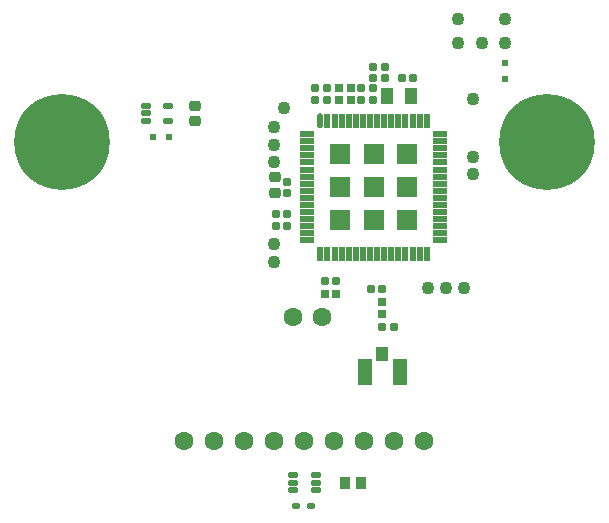
<source format=gbs>
G04*
G04 #@! TF.GenerationSoftware,Altium Limited,Altium Designer,20.1.8 (145)*
G04*
G04 Layer_Color=16711935*
%FSTAX43Y43*%
%MOMM*%
G71*
G04*
G04 #@! TF.SameCoordinates,C49A0B41-0C8C-4AB0-A7A6-883BC44C46A5*
G04*
G04*
G04 #@! TF.FilePolarity,Negative*
G04*
G01*
G75*
%ADD19R,0.900X1.000*%
G04:AMPARAMS|DCode=22|XSize=0.7mm|YSize=0.7mm|CornerRadius=0.2mm|HoleSize=0mm|Usage=FLASHONLY|Rotation=0.000|XOffset=0mm|YOffset=0mm|HoleType=Round|Shape=RoundedRectangle|*
%AMROUNDEDRECTD22*
21,1,0.700,0.300,0,0,0.0*
21,1,0.300,0.700,0,0,0.0*
1,1,0.400,0.150,-0.150*
1,1,0.400,-0.150,-0.150*
1,1,0.400,-0.150,0.150*
1,1,0.400,0.150,0.150*
%
%ADD22ROUNDEDRECTD22*%
G04:AMPARAMS|DCode=24|XSize=1mm|YSize=0.9mm|CornerRadius=0.25mm|HoleSize=0mm|Usage=FLASHONLY|Rotation=0.000|XOffset=0mm|YOffset=0mm|HoleType=Round|Shape=RoundedRectangle|*
%AMROUNDEDRECTD24*
21,1,1.000,0.400,0,0,0.0*
21,1,0.500,0.900,0,0,0.0*
1,1,0.500,0.250,-0.200*
1,1,0.500,-0.250,-0.200*
1,1,0.500,-0.250,0.200*
1,1,0.500,0.250,0.200*
%
%ADD24ROUNDEDRECTD24*%
%ADD29R,0.500X0.600*%
%ADD37C,1.600*%
%ADD38C,8.100*%
G04:AMPARAMS|DCode=83|XSize=0.5mm|YSize=0.85mm|CornerRadius=0.15mm|HoleSize=0mm|Usage=FLASHONLY|Rotation=90.000|XOffset=0mm|YOffset=0mm|HoleType=Round|Shape=RoundedRectangle|*
%AMROUNDEDRECTD83*
21,1,0.500,0.550,0,0,90.0*
21,1,0.200,0.850,0,0,90.0*
1,1,0.300,0.275,0.100*
1,1,0.300,0.275,-0.100*
1,1,0.300,-0.275,-0.100*
1,1,0.300,-0.275,0.100*
%
%ADD83ROUNDEDRECTD83*%
G04:AMPARAMS|DCode=84|XSize=0.55mm|YSize=0.7mm|CornerRadius=0.163mm|HoleSize=0mm|Usage=FLASHONLY|Rotation=270.000|XOffset=0mm|YOffset=0mm|HoleType=Round|Shape=RoundedRectangle|*
%AMROUNDEDRECTD84*
21,1,0.550,0.375,0,0,270.0*
21,1,0.225,0.700,0,0,270.0*
1,1,0.325,-0.188,-0.113*
1,1,0.325,-0.188,0.113*
1,1,0.325,0.188,0.113*
1,1,0.325,0.188,-0.113*
%
%ADD84ROUNDEDRECTD84*%
%ADD85R,0.600X0.500*%
%ADD86C,1.100*%
%ADD87R,1.270X0.470*%
%ADD88R,1.700X1.700*%
%ADD89R,0.470X1.270*%
G04:AMPARAMS|DCode=90|XSize=0.47mm|YSize=1.27mm|CornerRadius=0.142mm|HoleSize=0mm|Usage=FLASHONLY|Rotation=180.000|XOffset=0mm|YOffset=0mm|HoleType=Round|Shape=RoundedRectangle|*
%AMROUNDEDRECTD90*
21,1,0.470,0.985,0,0,180.0*
21,1,0.185,1.270,0,0,180.0*
1,1,0.285,-0.093,0.493*
1,1,0.285,0.093,0.493*
1,1,0.285,0.093,-0.493*
1,1,0.285,-0.093,-0.493*
%
%ADD90ROUNDEDRECTD90*%
%ADD91R,1.100X1.350*%
G04:AMPARAMS|DCode=92|XSize=0.7mm|YSize=0.7mm|CornerRadius=0.2mm|HoleSize=0mm|Usage=FLASHONLY|Rotation=270.000|XOffset=0mm|YOffset=0mm|HoleType=Round|Shape=RoundedRectangle|*
%AMROUNDEDRECTD92*
21,1,0.700,0.300,0,0,270.0*
21,1,0.300,0.700,0,0,270.0*
1,1,0.400,-0.150,-0.150*
1,1,0.400,-0.150,0.150*
1,1,0.400,0.150,0.150*
1,1,0.400,0.150,-0.150*
%
%ADD92ROUNDEDRECTD92*%
%ADD93R,0.700X0.700*%
%ADD94R,0.700X0.700*%
%ADD95R,1.100X1.150*%
%ADD96R,1.150X2.300*%
D19*
X007875Y00305D02*
D03*
X007745D02*
D03*
D22*
X00716Y0053253D02*
D03*
Y0052253D02*
D03*
X00725Y0053253D02*
D03*
Y0052253D02*
D03*
X0072518Y0054989D02*
D03*
Y0055989D02*
D03*
D24*
X006475Y00611D02*
D03*
Y00624D02*
D03*
X0071518Y0056339D02*
D03*
Y0055039D02*
D03*
D29*
X0091Y0066D02*
D03*
Y00647D02*
D03*
D37*
X0073Y00445D02*
D03*
X006384Y0034D02*
D03*
X006638D02*
D03*
X007908D02*
D03*
X006892D02*
D03*
X007146D02*
D03*
X007654D02*
D03*
X0074D02*
D03*
X008162D02*
D03*
X008416D02*
D03*
X00755Y00445D02*
D03*
D38*
X00945Y0059325D02*
D03*
X00535D02*
D03*
D83*
X007305Y003115D02*
D03*
Y00305D02*
D03*
Y002985D02*
D03*
X007495D02*
D03*
Y00305D02*
D03*
Y003115D02*
D03*
X006245Y00611D02*
D03*
Y00624D02*
D03*
X006055D02*
D03*
Y006175D02*
D03*
Y00611D02*
D03*
D84*
X0073312Y00285D02*
D03*
X0074587D02*
D03*
D85*
X00612Y005975D02*
D03*
X00625D02*
D03*
D86*
X0089Y00677D02*
D03*
X00845Y0047D02*
D03*
X0086D02*
D03*
X00875D02*
D03*
X00883Y00581D02*
D03*
Y00566D02*
D03*
X007225Y006225D02*
D03*
X00714Y00606D02*
D03*
Y00591D02*
D03*
Y00576D02*
D03*
Y00492D02*
D03*
Y00507D02*
D03*
X0087Y006775D02*
D03*
Y006975D02*
D03*
X0091D02*
D03*
Y00677D02*
D03*
X00883Y0063D02*
D03*
D87*
X00855Y006D02*
D03*
Y00582D02*
D03*
Y00588D02*
D03*
Y0057D02*
D03*
Y00558D02*
D03*
Y00564D02*
D03*
Y0054D02*
D03*
Y00546D02*
D03*
Y00528D02*
D03*
Y00522D02*
D03*
Y0051D02*
D03*
Y00594D02*
D03*
Y00576D02*
D03*
Y00552D02*
D03*
Y00534D02*
D03*
Y00516D02*
D03*
X00742D02*
D03*
Y00522D02*
D03*
Y0051D02*
D03*
Y006D02*
D03*
Y00594D02*
D03*
Y00588D02*
D03*
Y00582D02*
D03*
Y00576D02*
D03*
Y0057D02*
D03*
Y00564D02*
D03*
Y00558D02*
D03*
Y00552D02*
D03*
Y00546D02*
D03*
Y0054D02*
D03*
Y00534D02*
D03*
Y00528D02*
D03*
D88*
X008265Y00527D02*
D03*
Y00555D02*
D03*
Y00583D02*
D03*
X007985Y00527D02*
D03*
Y00555D02*
D03*
Y00583D02*
D03*
X007705Y00527D02*
D03*
Y00555D02*
D03*
Y00583D02*
D03*
D89*
X007535Y004985D02*
D03*
X007595D02*
D03*
X007655D02*
D03*
X007715D02*
D03*
X007775D02*
D03*
X007835D02*
D03*
X007895D02*
D03*
X007955D02*
D03*
X008015D02*
D03*
X008075D02*
D03*
X008135D02*
D03*
X008195D02*
D03*
X008255D02*
D03*
X008315D02*
D03*
X008375D02*
D03*
X008435D02*
D03*
Y006115D02*
D03*
X008375D02*
D03*
X008315D02*
D03*
X008255D02*
D03*
X008195D02*
D03*
X008135D02*
D03*
X008075D02*
D03*
X008015D02*
D03*
X007955D02*
D03*
X007895D02*
D03*
X007835D02*
D03*
X007775D02*
D03*
X007715D02*
D03*
X007655D02*
D03*
X007595D02*
D03*
D90*
X007535D02*
D03*
D91*
X0083Y00632D02*
D03*
X0081D02*
D03*
D92*
X0080825Y0064775D02*
D03*
X0079825D02*
D03*
X0079825Y00657D02*
D03*
X0080825D02*
D03*
X00788Y00629D02*
D03*
X00798D02*
D03*
X00788Y00639D02*
D03*
X00798D02*
D03*
X0082225Y0064775D02*
D03*
X0083225D02*
D03*
X00759Y00629D02*
D03*
X00749D02*
D03*
X00759Y00639D02*
D03*
X00749D02*
D03*
X00767Y00476D02*
D03*
X00757D02*
D03*
X00806Y00469D02*
D03*
X00796D02*
D03*
X00806Y00437D02*
D03*
X00816D02*
D03*
D93*
X00779Y00639D02*
D03*
Y00629D02*
D03*
X00769Y00639D02*
D03*
Y00629D02*
D03*
X00806Y00448D02*
D03*
Y00458D02*
D03*
D94*
X00767Y00465D02*
D03*
X00757D02*
D03*
D95*
X00806Y0041425D02*
D03*
D96*
X0079125Y00399D02*
D03*
X0082075D02*
D03*
M02*

</source>
